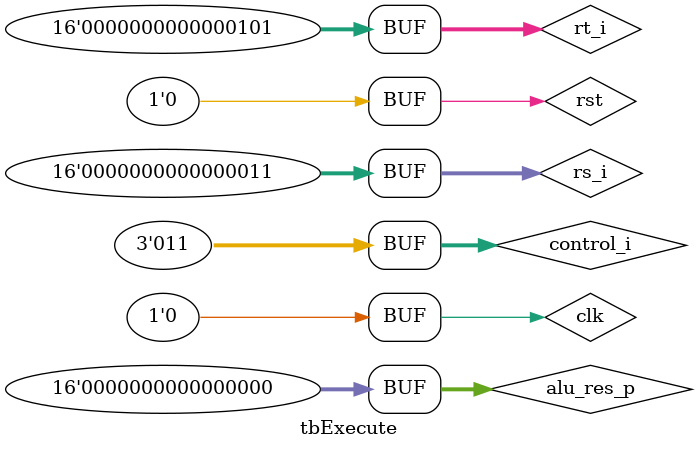
<source format=sv>
module tbExecute#(
    parameter D = 16
) ();


	logic clk, rst;
    logic [2:0] control_i;
    logic [D-1:0] rs_i, rt_i;
    logic [D-1:0] alu_res_p, alu_res_o;

    eStage #(D) 
        dut(.clk_i(clk), .rst_i(rst),
            .control_i(control_i),
            .rs_i(rs_i), .rt_i(rt_i),
            .alu_res_o(alu_res_p)
            //.flags_o(flags_o)
            );

    ePipe #(D)
        exmem_pipe(.clk_i(clk), .rst_i(rst),
        .alu_res_i(alu_res_p),
        .alu_res_o(alu_res_o)
        );
            
    
    initial begin
        #0 
        rst <= 1;
        alu_res_p <= 0;
        
        #50
        rst <= 0;

        #60
        control_i <= 0;
        rs_i <= 3; rt_i <= 5;

        #70
        control_i <= 1;
        rs_i <= 3; rt_i <= 5;

        #80
        control_i <= 2;
        rs_i <= 3; rt_i <= 5;

        #90
        control_i <= 3;
        rs_i <= 3; rt_i <= 5;

    end
    always begin
        #5 clk <= 1;
        #5 clk <= 0;
    end
endmodule
</source>
